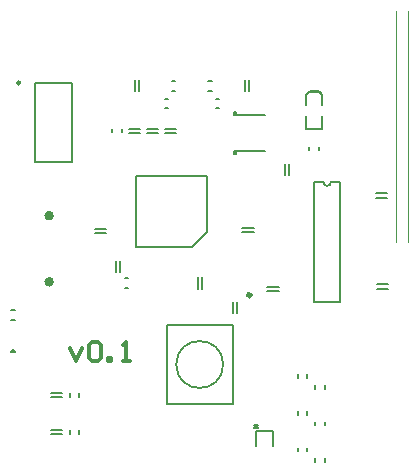
<source format=gto>
G04 Layer_Color=65535*
%FSLAX24Y24*%
%MOIN*%
G70*
G01*
G75*
%ADD27C,0.0118*%
%ADD50C,0.0157*%
%ADD51C,0.0079*%
%ADD52C,0.0098*%
%ADD53C,0.0050*%
%ADD54C,0.0039*%
D27*
X2913Y6483D02*
X3123Y6063D01*
X3333Y6483D01*
X3543Y6588D02*
X3648Y6693D01*
X3858D01*
X3963Y6588D01*
Y6168D01*
X3858Y6063D01*
X3648D01*
X3543Y6168D01*
Y6588D01*
X4173Y6063D02*
Y6168D01*
X4278D01*
Y6063D01*
X4173D01*
X4698D02*
X4907D01*
X4803D01*
Y6693D01*
X4698Y6588D01*
D50*
X8937Y8258D02*
G03*
X8937Y8258I-39J0D01*
G01*
X2304Y10906D02*
G03*
X2304Y10906I-79J0D01*
G01*
Y8701D02*
G03*
X2304Y8701I-79J0D01*
G01*
D51*
X1088Y6368D02*
G03*
X960Y6368I-64J0D01*
G01*
X11371Y12022D02*
G03*
X11621Y12022I125J0D01*
G01*
X7486Y10362D02*
Y12230D01*
X5112D02*
X7486D01*
X5112Y9856D02*
Y12230D01*
Y9856D02*
X6980D01*
X7486Y10362D01*
X960Y6368D02*
X1087D01*
X961D02*
X1088D01*
X11067Y8022D02*
Y12022D01*
Y8022D02*
X11925D01*
Y12022D01*
X11621D02*
X11925D01*
X11067D02*
X11371D01*
X1752Y12697D02*
Y15335D01*
X2972Y12697D02*
Y15335D01*
X1752D02*
X2972D01*
X1752Y12697D02*
X2972D01*
D52*
X1260Y15335D02*
G03*
X1260Y15335I-49J0D01*
G01*
D53*
X8025Y5945D02*
G03*
X8025Y5945I-781J0D01*
G01*
X11420Y5137D02*
Y5257D01*
X11100Y5137D02*
Y5257D01*
X11420Y3916D02*
Y4036D01*
X11100Y3916D02*
Y4036D01*
X11420Y2696D02*
Y2816D01*
X11100Y2696D02*
Y2816D01*
X10509Y5491D02*
Y5611D01*
X10829Y5491D02*
Y5611D01*
X10509Y4271D02*
Y4391D01*
X10829Y4271D02*
Y4391D01*
X10509Y3050D02*
Y3170D01*
X10829Y3050D02*
Y3170D01*
X10925Y15069D02*
X11201D01*
X10797Y13799D02*
Y14232D01*
X11329Y13799D02*
Y14232D01*
X10797Y13799D02*
X11329D01*
X10797Y14587D02*
Y14941D01*
X11329Y14587D02*
Y14941D01*
X11250Y15020D02*
X11329Y14941D01*
X11201Y15069D02*
X11260Y15010D01*
X10856Y15000D02*
X10925Y15069D01*
X10876Y15020D02*
X11250D01*
X10797Y14941D02*
X10876Y15020D01*
X11223Y13090D02*
Y13210D01*
X10903Y13090D02*
Y13210D01*
X9498Y8535D02*
X9873D01*
X9498Y8395D02*
X9873D01*
X8355Y7647D02*
Y8022D01*
X8495Y7647D02*
Y8022D01*
X8671Y10503D02*
X9046D01*
X8671Y10363D02*
X9046D01*
X9114Y3711D02*
X9705D01*
Y3215D02*
Y3711D01*
X9114Y3215D02*
Y3711D01*
X9055Y3937D02*
X9173D01*
X9055Y3819D02*
X9173D01*
X9055D02*
X9114Y3937D01*
X9173Y3819D01*
X9114D02*
Y3937D01*
X8425Y12953D02*
Y13071D01*
X8465Y12953D02*
Y13071D01*
X8386Y12953D02*
X8465D01*
X8386Y14370D02*
X8465D01*
Y14252D02*
Y14370D01*
X8425Y14252D02*
Y14370D01*
X8386Y14252D02*
X9409D01*
X8386D02*
Y14370D01*
Y12953D02*
Y13071D01*
X9409D01*
X7314Y8474D02*
Y8849D01*
X7174Y8474D02*
Y8849D01*
X4743Y8501D02*
X4863D01*
X4743Y8821D02*
X4863D01*
X4458Y9025D02*
Y9400D01*
X4598Y9025D02*
Y9400D01*
X6072Y13670D02*
X6447D01*
X6072Y13810D02*
X6447D01*
X3750Y10464D02*
X4124D01*
X3750Y10324D02*
X4124D01*
X5482Y13670D02*
X5857D01*
X5482Y13810D02*
X5857D01*
X4648Y13680D02*
Y13800D01*
X4328Y13680D02*
Y13800D01*
X4891Y13670D02*
X5266D01*
X4891Y13810D02*
X5266D01*
X6082Y14806D02*
X6202D01*
X6082Y14486D02*
X6202D01*
X6318Y15076D02*
X6438D01*
X6318Y15396D02*
X6438D01*
X8749Y15049D02*
Y15424D01*
X8889Y15049D02*
Y15424D01*
X5087Y15049D02*
Y15424D01*
X5227Y15049D02*
Y15424D01*
X7538Y15076D02*
X7658D01*
X7538Y15396D02*
X7658D01*
X7775Y14806D02*
X7895D01*
X7775Y14486D02*
X7895D01*
X3231Y4861D02*
Y4981D01*
X2911Y4861D02*
Y4981D01*
X3231Y3641D02*
Y3761D01*
X2911Y3641D02*
Y3761D01*
X2293Y4991D02*
X2668D01*
X2293Y4851D02*
X2668D01*
X2293Y3771D02*
X2668D01*
X2293Y3631D02*
X2668D01*
X13159Y8473D02*
X13534D01*
X13159Y8613D02*
X13534D01*
X13120Y11645D02*
X13495D01*
X13120Y11505D02*
X13495D01*
X10087Y12253D02*
Y12628D01*
X10227Y12253D02*
Y12628D01*
X964Y7438D02*
X1084D01*
X964Y7758D02*
X1084D01*
X8344Y4626D02*
Y7264D01*
X6144Y4626D02*
Y7264D01*
X8344D01*
X6144Y4626D02*
X8344D01*
D54*
X14173Y10039D02*
Y17717D01*
X13780Y10039D02*
Y17717D01*
M02*

</source>
